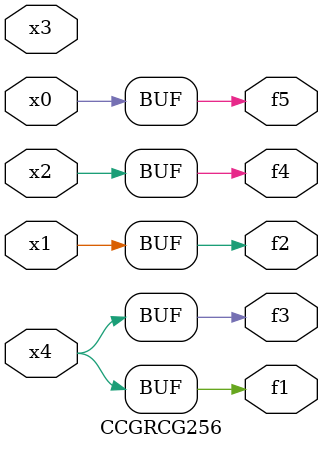
<source format=v>
module CCGRCG256(
	input x0, x1, x2, x3, x4,
	output f1, f2, f3, f4, f5
);
	assign f1 = x4;
	assign f2 = x1;
	assign f3 = x4;
	assign f4 = x2;
	assign f5 = x0;
endmodule

</source>
